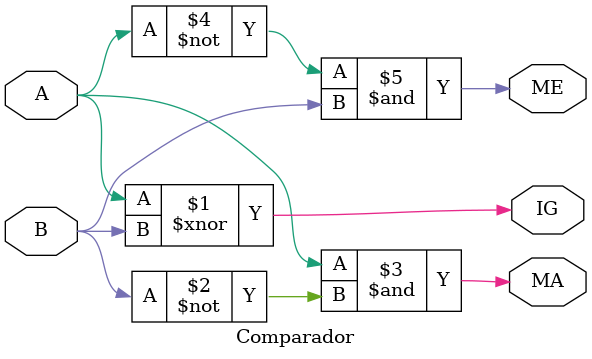
<source format=v>

	/*
	*
	* Nomes: Gabriel Augusto | Gabriel Araujo
	* Data: 24/08/2023
	*
	*--------------------------------------------------*
	*
	* Projeto para comprar duas entradas A e B
	*/
	
	module Comparador (A, B, IG, MA, ME);
	input A,B;
	output IG, MA, ME;
	
	assign IG = (A ~^ B);
	assign MA = (A & ~B);
	assign ME = (~A & B);
	
	
	endmodule
	
</source>
